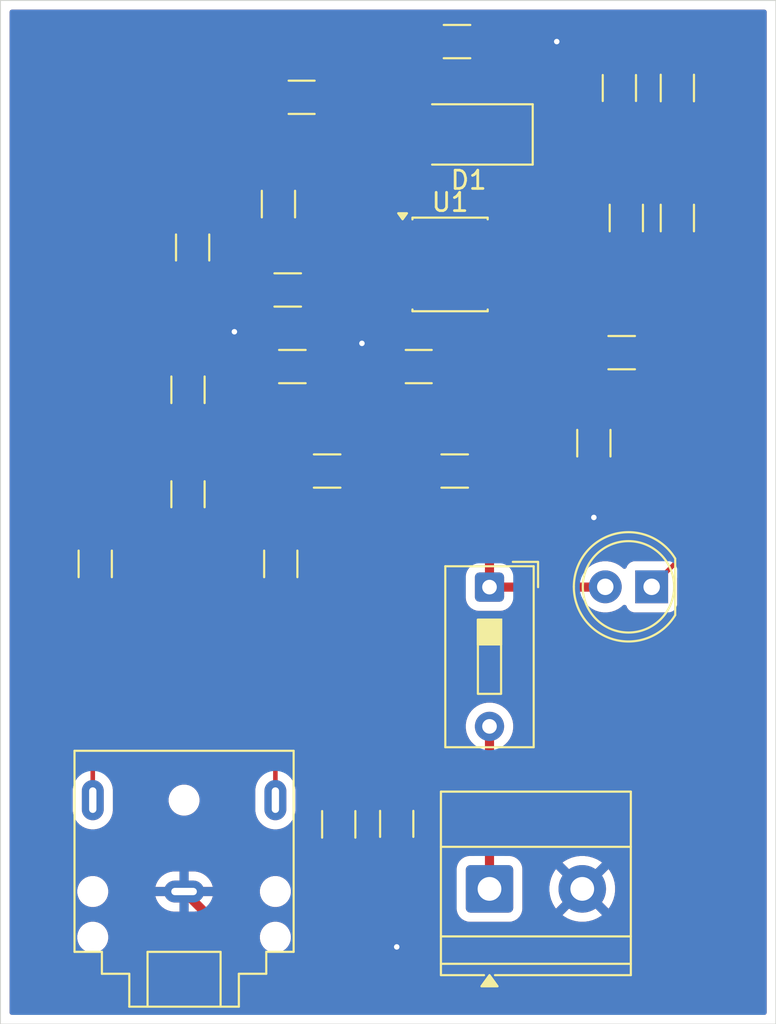
<source format=kicad_pcb>
(kicad_pcb (version 20241229) (generator "pcbnew") (generator_version "9.0")
  (layers (0 "F.Cu" signal) (2 "B.Cu" signal) (13 "F.Paste" user) (15 "B.Paste" user) (5 "F.SilkS" user "F.Silkscreen") (7 "B.SilkS" user "B.Silkscreen") (1 "F.Mask" user) (3 "B.Mask" user) (25 "Edge.Cuts" user))
  (net 0 "")
  (net 1 "GND")
  (net 2 "Net-(U1A-+)")
  (net 3 "Net-(C2-Pad2)")
  (net 4 "Net-(C2-Pad1)")
  (net 5 "Net-(C3-Pad2)")
  (net 6 "Net-(D1-A)")
  (net 7 "Net-(C4-Pad2)")
  (net 8 "Net-(D1-K)")
  (net 9 "Net-(C6-Pad1)")
  (net 10 "Net-(D2-K)")
  (net 11 "+9V")
  (net 12 "Net-(J1-PadT)")
  (net 13 "Net-(J1-PadR)")
  (net 14 "Net-(U1A--)")
  (net 15 "Net-(R10-Pad2)")
  (net 16 "Net-(U1B-+)")
  (net 17 "Net-(J2-Pin_1)")
  (footprint "Resistor_SMD:R_1206_3216Metric_Pad1.30x1.75mm_HandSolder" (layer "F.Cu") (at 123.19 123.825 -90)
    (property "Reference" "R14" (hide yes))
    (property "Value" "1k")
    (fp_line (start -0.727064 0.91) (end 0.727064 0.91) (stroke (width 0.12)) (layer "F.SilkS"))
    (fp_line (start -0.727064 -0.91) (end 0.727064 -0.91) (stroke (width 0.12)) (layer "F.SilkS"))
    (pad "1" smd roundrect (at -1.55 0 270) (size 1.3 1.75) (layers "F.Cu" "F.Mask" "F.Paste") (roundrect_rratio 0.192308) (net 3 "Net-(C2-Pad2)"))
    (pad "2" smd roundrect (at 1.55 0 270) (size 1.3 1.75) (layers "F.Cu" "F.Mask" "F.Paste") (roundrect_rratio 0.192308) (net 13 "Net-(J1-PadR)"))
  )
  (footprint "Resistor_SMD:R_1206_3216Metric_Pad1.30x1.75mm_HandSolder" (layer "F.Cu") (at 133.985 113.03 180)
    (property "Reference" "R1" (hide yes))
    (property "Value" "15k")
    (fp_line (start -0.727064 0.91) (end 0.727064 0.91) (stroke (width 0.12)) (layer "F.SilkS"))
    (fp_line (start -0.727064 -0.91) (end 0.727064 -0.91) (stroke (width 0.12)) (layer "F.SilkS"))
    (pad "1" smd roundrect (at -1.55 0 180) (size 1.3 1.75) (layers "F.Cu" "F.Mask" "F.Paste") (roundrect_rratio 0.192308) (net 2 "Net-(U1A-+)"))
    (pad "2" smd roundrect (at 1.55 0 180) (size 1.3 1.75) (layers "F.Cu" "F.Mask" "F.Paste") (roundrect_rratio 0.192308) (net 7 "Net-(C4-Pad2)"))
  )
  (footprint "Capacitor_SMD:C_1206_3216Metric_Pad1.33x1.80mm_HandSolder" (layer "F.Cu") (at 140.905 113.03)
    (property "Reference" "C1" (hide yes))
    (property "Value" "100n")
    (fp_line (start -0.711252 -0.91) (end 0.711252 -0.91) (stroke (width 0.12)) (layer "F.SilkS"))
    (fp_line (start -0.711252 0.91) (end 0.711252 0.91) (stroke (width 0.12)) (layer "F.SilkS"))
    (pad "1" smd roundrect (at -1.5625 0) (size 1.325 1.8) (layers "F.Cu" "F.Mask" "F.Paste") (roundrect_rratio 0.188679) (net 2 "Net-(U1A-+)"))
    (pad "2" smd roundrect (at 1.5625 0) (size 1.325 1.8) (layers "F.Cu" "F.Mask" "F.Paste") (roundrect_rratio 0.188679) (net 1 "GND"))
  )
  (footprint "Capacitor_SMD:C_1206_3216Metric_Pad1.33x1.80mm_HandSolder" (layer "F.Cu") (at 151.892 97.79 -90)
    (property "Reference" "C5" (hide yes))
    (property "Value" "2.2u")
    (fp_line (start -0.711252 0.91) (end 0.711252 0.91) (stroke (width 0.12)) (layer "F.SilkS"))
    (fp_line (start -0.711252 -0.91) (end 0.711252 -0.91) (stroke (width 0.12)) (layer "F.SilkS"))
    (pad "1" smd roundrect (at -1.5625 0 270) (size 1.325 1.8) (layers "F.Cu" "F.Mask" "F.Paste") (roundrect_rratio 0.188679) (net 1 "GND"))
    (pad "2" smd roundrect (at 1.5625 0 270) (size 1.325 1.8) (layers "F.Cu" "F.Mask" "F.Paste") (roundrect_rratio 0.188679) (net 8 "Net-(D1-K)"))
  )
  (footprint "Button_Switch_THT:SW_DIP_SPSTx01_Slide_9.78x4.72mm_W7.62mm_P2.54mm" (layer "F.Cu") (at 144.78 125.095 -90)
    (property "Reference" "SW1" (hide yes))
    (property "Value" "SW_SPST" (hide yes))
    (fp_line (start -1.14 2.42) (end 8.76 2.42) (stroke (width 0.12)) (layer "F.SilkS"))
    (fp_line (start 3.133333 -0.635) (end 3.133333 0.635) (stroke (width 0.12)) (layer "F.SilkS"))
    (fp_line (start -1.14 -2.42) (end -1.14 2.42) (stroke (width 0.12)) (layer "F.SilkS"))
    (fp_line (start -1.14 -2.42) (end 8.76 -2.42) (stroke (width 0.12)) (layer "F.SilkS"))
    (fp_line (start 8.76 -2.42) (end 8.76 2.42) (stroke (width 0.12)) (layer "F.SilkS"))
    (fp_line (start -1.38 -2.66) (end -1.38 -1.277) (stroke (width 0.12)) (layer "F.SilkS"))
    (fp_line (start -1.38 -2.66) (end 0.003 -2.66) (stroke (width 0.12)) (layer "F.SilkS"))
    (fp_rect (start 1.78 -0.635) (end 3.133333 0.635) (stroke (width 0.12)) (fill yes) (layer "F.SilkS"))
    (fp_rect (start 1.78 -0.635) (end 5.84 0.635) (stroke (width 0.12)) (fill no) (layer "F.SilkS"))
    (pad "1" thru_hole roundrect (at 0 0 270) (size 1.6 1.6) (drill 0.8) (layers "*.Cu" "*.Mask") (roundrect_rratio 0.15625) (net 11 "+9V"))
    (pad "2" thru_hole circle (at 7.62 0 270) (size 1.6 1.6) (drill 0.8) (layers "*.Cu" "*.Mask") (net 17 "Net-(J2-Pin_1)"))
  )
  (footprint "Resistor_SMD:R_1206_3216Metric_Pad1.30x1.75mm_HandSolder" (layer "F.Cu") (at 155.067 104.902 90)
    (property "Reference" "R7" (hide yes))
    (property "Value" "560R")
    (fp_line (start -0.727064 -0.91) (end 0.727064 -0.91) (stroke (width 0.12)) (layer "F.SilkS"))
    (fp_line (start -0.727064 0.91) (end 0.727064 0.91) (stroke (width 0.12)) (layer "F.SilkS"))
    (pad "1" smd roundrect (at -1.55 0 90) (size 1.3 1.75) (layers "F.Cu" "F.Mask" "F.Paste") (roundrect_rratio 0.192308) (net 10 "Net-(D2-K)"))
    (pad "2" smd roundrect (at 1.55 0 90) (size 1.3 1.75) (layers "F.Cu" "F.Mask" "F.Paste") (roundrect_rratio 0.192308) (net 15 "Net-(R10-Pad2)"))
  )
  (footprint "Capacitor_SMD:C_1206_3216Metric_Pad1.33x1.80mm_HandSolder" (layer "F.Cu") (at 128.524 106.5145 -90)
    (property "Reference" "C4" (hide yes))
    (property "Value" "100n")
    (fp_line (start -0.711252 0.91) (end 0.711252 0.91) (stroke (width 0.12)) (layer "F.SilkS"))
    (fp_line (start -0.711252 -0.91) (end 0.711252 -0.91) (stroke (width 0.12)) (layer "F.SilkS"))
    (pad "1" smd roundrect (at -1.5625 0 270) (size 1.325 1.8) (layers "F.Cu" "F.Mask" "F.Paste") (roundrect_rratio 0.188679) (net 5 "Net-(C3-Pad2)"))
    (pad "2" smd roundrect (at 1.5625 0 270) (size 1.325 1.8) (layers "F.Cu" "F.Mask" "F.Paste") (roundrect_rratio 0.188679) (net 7 "Net-(C4-Pad2)"))
  )
  (footprint "Resistor_SMD:R_1206_3216Metric_Pad1.30x1.75mm_HandSolder" (layer "F.Cu") (at 152.019 112.268 180)
    (property "Reference" "R9" (hide yes))
    (property "Value" "100k")
    (fp_line (start -0.727064 0.91) (end 0.727064 0.91) (stroke (width 0.12)) (layer "F.SilkS"))
    (fp_line (start -0.727064 -0.91) (end 0.727064 -0.91) (stroke (width 0.12)) (layer "F.SilkS"))
    (pad "1" smd roundrect (at -1.55 0 180) (size 1.3 1.75) (layers "F.Cu" "F.Mask" "F.Paste") (roundrect_rratio 0.192308) (net 11 "+9V"))
    (pad "2" smd roundrect (at 1.55 0 180) (size 1.3 1.75) (layers "F.Cu" "F.Mask" "F.Paste") (roundrect_rratio 0.192308) (net 16 "Net-(U1B-+)"))
  )
  (footprint "Package_SO:SOIC-8_3.9x4.9mm_P1.27mm" (layer "F.Cu") (at 142.621 107.442)
    (property "Reference" "U1" (at 0 -3.4 0) (layer "F.SilkS"))
    (property "Value" "LM358")
    (fp_line (start -2.06 -2.56) (end 2.06 -2.56) (stroke (width 0.12)) (layer "F.SilkS"))
    (fp_line (start -2.06 -2.465) (end -2.06 -2.56) (stroke (width 0.12)) (layer "F.SilkS"))
    (fp_line (start -2.06 2.56) (end -2.06 2.465) (stroke (width 0.12)) (layer "F.SilkS"))
    (fp_line (start 2.06 -2.56) (end 2.06 -2.465) (stroke (width 0.12)) (layer "F.SilkS"))
    (fp_line (start 2.06 2.465) (end 2.06 2.56) (stroke (width 0.12)) (layer "F.SilkS"))
    (fp_line (start 2.06 2.56) (end -2.06 2.56) (stroke (width 0.12)) (layer "F.SilkS"))
    (fp_poly (pts (xy -2.6 -2.47) (xy -2.84 -2.8) (xy -2.36 -2.8)) (stroke (width 0.12)) (fill yes) (layer "F.SilkS"))
    (pad "1" smd roundrect (at -2.475 -1.905) (size 1.95 0.6) (layers "F.Cu" "F.Mask" "F.Paste") (net 5 "Net-(C3-Pad2)"))
    (pad "2" smd roundrect (at -2.475 -0.635) (size 1.95 0.6) (layers "F.Cu" "F.Mask" "F.Paste") (net 14 "Net-(U1A--)"))
    (pad "3" smd roundrect (at -2.475 0.635) (size 1.95 0.6) (layers "F.Cu" "F.Mask" "F.Paste") (net 2 "Net-(U1A-+)"))
    (pad "4" smd roundrect (at -2.475 1.905) (size 1.95 0.6) (layers "F.Cu" "F.Mask" "F.Paste") (net 1 "GND"))
    (pad "5" smd roundrect (at 2.475 1.905) (size 1.95 0.6) (layers "F.Cu" "F.Mask" "F.Paste") (net 16 "Net-(U1B-+)"))
    (pad "6" smd roundrect (at 2.475 0.635) (size 1.95 0.6) (layers "F.Cu" "F.Mask" "F.Paste") (net 8 "Net-(D1-K)"))
    (pad "7" smd roundrect (at 2.475 -0.635) (size 1.95 0.6) (layers "F.Cu" "F.Mask" "F.Paste") (net 15 "Net-(R10-Pad2)"))
    (pad "8" smd roundrect (at 2.475 -1.905) (size 1.95 0.6) (layers "F.Cu" "F.Mask" "F.Paste") (net 11 "+9V"))
  )
  (footprint "Resistor_SMD:R_1206_3216Metric_Pad1.30x1.75mm_HandSolder" (layer "F.Cu") (at 135.89 118.745 180)
    (property "Reference" "R11" (hide yes))
    (property "Value" "100k")
    (fp_line (start -0.727064 0.91) (end 0.727064 0.91) (stroke (width 0.12)) (layer "F.SilkS"))
    (fp_line (start -0.727064 -0.91) (end 0.727064 -0.91) (stroke (width 0.12)) (layer "F.SilkS"))
    (pad "1" smd roundrect (at -1.55 0 180) (size 1.3 1.75) (layers "F.Cu" "F.Mask" "F.Paste") (roundrect_rratio 0.192308) (net 9 "Net-(C6-Pad1)"))
    (pad "2" smd roundrect (at 1.55 0 180) (size 1.3 1.75) (layers "F.Cu" "F.Mask" "F.Paste") (roundrect_rratio 0.192308) (net 4 "Net-(C2-Pad1)"))
  )
  (footprint "Capacitor_SMD:C_1206_3216Metric_Pad1.33x1.80mm_HandSolder" (layer "F.Cu") (at 139.7 138.049 -90)
    (property "Reference" "C6" (hide yes))
    (property "Value" "10u")
    (fp_line (start -0.711252 0.91) (end 0.711252 0.91) (stroke (width 0.12)) (layer "F.SilkS"))
    (fp_line (start -0.711252 -0.91) (end 0.711252 -0.91) (stroke (width 0.12)) (layer "F.SilkS"))
    (pad "1" smd roundrect (at -1.5625 0 270) (size 1.325 1.8) (layers "F.Cu" "F.Mask" "F.Paste") (roundrect_rratio 0.188679) (net 9 "Net-(C6-Pad1)"))
    (pad "2" smd roundrect (at 1.5625 0 270) (size 1.325 1.8) (layers "F.Cu" "F.Mask" "F.Paste") (roundrect_rratio 0.188679) (net 1 "GND"))
  )
  (footprint "Resistor_SMD:R_1206_3216Metric_Pad1.30x1.75mm_HandSolder" (layer "F.Cu") (at 152.273 104.902 90)
    (property "Reference" "R10" (hide yes))
    (property "Value" "430k")
    (fp_line (start -0.727064 -0.91) (end 0.727064 -0.91) (stroke (width 0.12)) (layer "F.SilkS"))
    (fp_line (start -0.727064 0.91) (end 0.727064 0.91) (stroke (width 0.12)) (layer "F.SilkS"))
    (pad "1" smd roundrect (at -1.55 0 90) (size 1.3 1.75) (layers "F.Cu" "F.Mask" "F.Paste") (roundrect_rratio 0.192308) (net 16 "Net-(U1B-+)"))
    (pad "2" smd roundrect (at 1.55 0 90) (size 1.3 1.75) (layers "F.Cu" "F.Mask" "F.Paste") (roundrect_rratio 0.192308) (net 15 "Net-(R10-Pad2)"))
  )
  (footprint "Resistor_SMD:R_1206_3216Metric_Pad1.30x1.75mm_HandSolder" (layer "F.Cu") (at 136.525 138.075 -90)
    (property "Reference" "R12" (hide yes))
    (property "Value" "10k")
    (fp_line (start -0.727064 0.91) (end 0.727064 0.91) (stroke (width 0.12)) (layer "F.SilkS"))
    (fp_line (start -0.727064 -0.91) (end 0.727064 -0.91) (stroke (width 0.12)) (layer "F.SilkS"))
    (pad "1" smd roundrect (at -1.55 0 270) (size 1.3 1.75) (layers "F.Cu" "F.Mask" "F.Paste") (roundrect_rratio 0.192308) (net 9 "Net-(C6-Pad1)"))
    (pad "2" smd roundrect (at 1.55 0 270) (size 1.3 1.75) (layers "F.Cu" "F.Mask" "F.Paste") (roundrect_rratio 0.192308) (net 1 "GND"))
  )
  (footprint "Resistor_SMD:R_1206_3216Metric_Pad1.30x1.75mm_HandSolder" (layer "F.Cu") (at 142.875 118.745 180)
    (property "Reference" "R13" (hide yes))
    (property "Value" "10k")
    (fp_line (start -0.727064 0.91) (end 0.727064 0.91) (stroke (width 0.12)) (layer "F.SilkS"))
    (fp_line (start -0.727064 -0.91) (end 0.727064 -0.91) (stroke (width 0.12)) (layer "F.SilkS"))
    (pad "1" smd roundrect (at -1.55 0 180) (size 1.3 1.75) (layers "F.Cu" "F.Mask" "F.Paste") (roundrect_rratio 0.192308) (net 11 "+9V"))
    (pad "2" smd roundrect (at 1.55 0 180) (size 1.3 1.75) (layers "F.Cu" "F.Mask" "F.Paste") (roundrect_rratio 0.192308) (net 9 "Net-(C6-Pad1)"))
  )
  (footprint "Capacitor_SMD:C_1206_3216Metric_Pad1.33x1.80mm_HandSolder" (layer "F.Cu") (at 128.27 120.015 -90)
    (property "Reference" "C2" (hide yes))
    (property "Value" "1u")
    (fp_line (start -0.711252 0.91) (end 0.711252 0.91) (stroke (width 0.12)) (layer "F.SilkS"))
    (fp_line (start -0.711252 -0.91) (end 0.711252 -0.91) (stroke (width 0.12)) (layer "F.SilkS"))
    (pad "1" smd roundrect (at -1.5625 0 270) (size 1.325 1.8) (layers "F.Cu" "F.Mask" "F.Paste") (roundrect_rratio 0.188679) (net 4 "Net-(C2-Pad1)"))
    (pad "2" smd roundrect (at 1.5625 0 270) (size 1.325 1.8) (layers "F.Cu" "F.Mask" "F.Paste") (roundrect_rratio 0.188679) (net 3 "Net-(C2-Pad2)"))
  )
  (footprint "Resistor_SMD:R_1206_3216Metric_Pad1.30x1.75mm_HandSolder" (layer "F.Cu") (at 128.27 114.3 -90)
    (property "Reference" "R2" (hide yes))
    (property "Value" "15k")
    (fp_line (start -0.727064 0.91) (end 0.727064 0.91) (stroke (width 0.12)) (layer "F.SilkS"))
    (fp_line (start -0.727064 -0.91) (end 0.727064 -0.91) (stroke (width 0.12)) (layer "F.SilkS"))
    (pad "1" smd roundrect (at -1.55 0 270) (size 1.3 1.75) (layers "F.Cu" "F.Mask" "F.Paste") (roundrect_rratio 0.192308) (net 7 "Net-(C4-Pad2)"))
    (pad "2" smd roundrect (at 1.55 0 270) (size 1.3 1.75) (layers "F.Cu" "F.Mask" "F.Paste") (roundrect_rratio 0.192308) (net 4 "Net-(C2-Pad1)"))
  )
  (footprint "Diode_SMD:D_SMA" (layer "F.Cu") (at 143.637 100.33 180)
    (property "Reference" "D1" (at 0 -2.5 0) (layer "F.SilkS"))
    (property "Value" "SS12")
    (fp_line (start -3.51 1.65) (end 2 1.65) (stroke (width 0.12)) (layer "F.SilkS"))
    (fp_line (start -3.51 -1.65) (end 2 -1.65) (stroke (width 0.12)) (layer "F.SilkS"))
    (fp_line (start -3.51 -1.65) (end -3.51 1.65) (stroke (width 0.12)) (layer "F.SilkS"))
    (pad "1" smd roundrect (at -2 0 180) (size 2.5 1.8) (layers "F.Cu" "F.Mask" "F.Paste") (roundrect_rratio 0.1388888889) (net 8 "Net-(D1-K)"))
    (pad "2" smd roundrect (at 2 0 180) (size 2.5 1.8) (layers "F.Cu" "F.Mask" "F.Paste") (roundrect_rratio 0.1388888889) (net 6 "Net-(D1-A)"))
  )
  (footprint "Capacitor_SMD:C_1206_3216Metric_Pad1.33x1.80mm_HandSolder" (layer "F.Cu") (at 134.493 98.298 180)
    (property "Reference" "C3" (hide yes))
    (property "Value" "1u")
    (fp_line (start -0.711252 0.91) (end 0.711252 0.91) (stroke (width 0.12)) (layer "F.SilkS"))
    (fp_line (start -0.711252 -0.91) (end 0.711252 -0.91) (stroke (width 0.12)) (layer "F.SilkS"))
    (pad "1" smd roundrect (at -1.5625 0 180) (size 1.325 1.8) (layers "F.Cu" "F.Mask" "F.Paste") (roundrect_rratio 0.188679) (net 6 "Net-(D1-A)"))
    (pad "2" smd roundrect (at 1.5625 0 180) (size 1.325 1.8) (layers "F.Cu" "F.Mask" "F.Paste") (roundrect_rratio 0.188679) (net 5 "Net-(C3-Pad2)"))
  )
  (footprint "Resistor_SMD:R_1206_3216Metric_Pad1.30x1.75mm_HandSolder" (layer "F.Cu") (at 133.35 123.825 -90)
    (property "Reference" "R15" (hide yes))
    (property "Value" "1k")
    (fp_line (start -0.727064 0.91) (end 0.727064 0.91) (stroke (width 0.12)) (layer "F.SilkS"))
    (fp_line (start -0.727064 -0.91) (end 0.727064 -0.91) (stroke (width 0.12)) (layer "F.SilkS"))
    (pad "1" smd roundrect (at -1.55 0 270) (size 1.3 1.75) (layers "F.Cu" "F.Mask" "F.Paste") (roundrect_rratio 0.192308) (net 3 "Net-(C2-Pad2)"))
    (pad "2" smd roundrect (at 1.55 0 270) (size 1.3 1.75) (layers "F.Cu" "F.Mask" "F.Paste") (roundrect_rratio 0.192308) (net 12 "Net-(J1-PadT)"))
  )
  (footprint "Connector_Audio:Jack_3.5mm_CUI_SJ1-3523N_Horizontal" (layer "F.Cu") (at 128.055 141.75)
    (property "Reference" "J1" (hide yes))
    (property "Value" "AudioJack3")
    (fp_line (start -6 -7.7) (end 6 -7.7) (stroke (width 0.12)) (layer "F.SilkS"))
    (fp_line (start -6 3.3) (end -6 -7.7) (stroke (width 0.12)) (layer "F.SilkS"))
    (fp_line (start -4.5 3.3) (end -6 3.3) (stroke (width 0.12)) (layer "F.SilkS"))
    (fp_line (start -4.5 4.5) (end -4.5 3.3) (stroke (width 0.12)) (layer "F.SilkS"))
    (fp_line (start -3 4.5) (end -4.5 4.5) (stroke (width 0.12)) (layer "F.SilkS"))
    (fp_line (start -3 6.3) (end -3 4.5) (stroke (width 0.12)) (layer "F.SilkS"))
    (fp_line (start -2 3.3) (end -2 6.3) (stroke (width 0.12)) (layer "F.SilkS"))
    (fp_line (start 2 3.3) (end -2 3.3) (stroke (width 0.12)) (layer "F.SilkS"))
    (fp_line (start 2 6.3) (end 2 3.3) (stroke (width 0.12)) (layer "F.SilkS"))
    (fp_line (start 3 4.5) (end 3 6.3) (stroke (width 0.12)) (layer "F.SilkS"))
    (fp_line (start 3 6.3) (end -3 6.3) (stroke (width 0.12)) (layer "F.SilkS"))
    (fp_line (start 4.5 3.3) (end 4.5 4.5) (stroke (width 0.12)) (layer "F.SilkS"))
    (fp_line (start 4.5 4.5) (end 3 4.5) (stroke (width 0.12)) (layer "F.SilkS"))
    (fp_line (start 6 -7.7) (end 6 3.3) (stroke (width 0.12)) (layer "F.SilkS"))
    (fp_line (start 6 3.3) (end 4.5 3.3) (stroke (width 0.12)) (layer "F.SilkS"))
    (pad "" np_thru_hole circle (at -5 0) (size 1.2 1.2) (drill 1.2) (layers "*.Cu" "*.Mask"))
    (pad "" np_thru_hole circle (at -5 2.5) (size 1.2 1.2) (drill 1.2) (layers "*.Cu" "*.Mask"))
    (pad "" np_thru_hole circle (at 0 -5) (size 1.2 1.2) (drill 1.2) (layers "*.Cu" "*.Mask"))
    (pad "" np_thru_hole circle (at 5 0) (size 1.2 1.2) (drill 1.2) (layers "*.Cu" "*.Mask"))
    (pad "" np_thru_hole circle (at 5 2.5) (size 1.2 1.2) (drill 1.2) (layers "*.Cu" "*.Mask"))
    (pad "R" thru_hole oval (at -5 -5) (size 1.2 2.2) (drill oval 0.4 1.4) (layers "*.Cu" "*.Mask") (net 13 "Net-(J1-PadR)"))
    (pad "S" thru_hole oval (at 0 0) (size 2.2 1.2) (drill oval 1.4 0.4) (layers "*.Cu" "*.Mask") (net 1 "GND"))
    (pad "T" thru_hole oval (at 5 -5 180) (size 1.2 2.2) (drill oval 0.4 1.4) (layers "*.Cu" "*.Mask") (net 12 "Net-(J1-PadT)"))
  )
  (footprint "TerminalBlock_Phoenix:TerminalBlock_Phoenix_MKDS-1,5-2-5.08_1x02_P5.08mm_Horizontal" (layer "F.Cu") (at 144.78 141.605)
    (property "Reference" "J2" (hide yes))
    (property "Value" "Screw_Terminal_01x02")
    (fp_line (start -2.66 -5.32) (end 7.74 -5.32) (stroke (width 0.12)) (layer "F.SilkS"))
    (fp_line (start -2.66 -2.3) (end 7.74 -2.3) (stroke (width 0.12)) (layer "F.SilkS"))
    (fp_line (start -2.66 2.6) (end 7.74 2.6) (stroke (width 0.12)) (layer "F.SilkS"))
    (fp_line (start -2.66 4.1) (end 7.74 4.1) (stroke (width 0.12)) (layer "F.SilkS"))
    (fp_line (start -2.66 4.72) (end -2.66 -5.32) (stroke (width 0.12)) (layer "F.SilkS"))
    (fp_line (start -0.3 4.72) (end -2.66 4.72) (stroke (width 0.12)) (layer "F.SilkS"))
    (fp_line (start 7.74 -5.32) (end 7.74 4.72) (stroke (width 0.12)) (layer "F.SilkS"))
    (fp_line (start 7.74 4.72) (end 0.3 4.72) (stroke (width 0.12)) (layer "F.SilkS"))
    (fp_poly (pts (xy 0 4.72) (xy 0.44 5.33) (xy -0.44 5.33)) (stroke (width 0.12)) (fill yes) (layer "F.SilkS"))
    (pad "1" thru_hole roundrect (at 0 0) (size 2.6 2.6) (drill 1.3) (layers "*.Cu" "*.Mask") (roundrect_rratio 0.096154) (net 17 "Net-(J2-Pin_1)"))
    (pad "2" thru_hole circle (at 5.08 0) (size 2.6 2.6) (drill 1.3) (layers "*.Cu" "*.Mask") (net 1 "GND"))
  )
  (footprint "LED_THT:LED_D5.0mm" (layer "F.Cu") (at 153.66 125.08 180)
    (property "Reference" "D2" (hide yes))
    (property "Value" "LED")
    (fp_line (start -1.29 -1.545) (end -1.29 1.545) (stroke (width 0.12)) (layer "F.SilkS"))
    (fp_arc (start 4.26 0) (mid 2.071779 2.880495) (end -1.29 1.54483) (stroke (width 0.12)) (layer "F.SilkS"))
    (fp_arc (start -1.29 -1.54483) (mid 2.071779 -2.880495) (end 4.26 0) (stroke (width 0.12)) (layer "F.SilkS"))
    (fp_circle (center 1.27 0) (end 3.77 0) (stroke (width 0.12)) (fill no) (layer "F.SilkS"))
    (pad "1" thru_hole rect (at 0 0 180) (size 1.8 1.8) (drill 0.9) (layers "*.Cu" "*.Mask") (net 10 "Net-(D2-K)"))
    (pad "2" thru_hole circle (at 2.54 0 180) (size 1.8 1.8) (drill 0.9) (layers "*.Cu" "*.Mask") (net 11 "+9V"))
  )
  (footprint "Resistor_SMD:R_1206_3216Metric_Pad1.30x1.75mm_HandSolder" (layer "F.Cu") (at 143.002 95.25)
    (property "Reference" "R6" (hide yes))
    (property "Value" "100k")
    (fp_line (start -0.727064 -0.91) (end 0.727064 -0.91) (stroke (width 0.12)) (layer "F.SilkS"))
    (fp_line (start -0.727064 0.91) (end 0.727064 0.91) (stroke (width 0.12)) (layer "F.SilkS"))
    (pad "1" smd roundrect (at -1.55 0) (size 1.3 1.75) (layers "F.Cu" "F.Mask" "F.Paste") (roundrect_rratio 0.192308) (net 6 "Net-(D1-A)"))
    (pad "2" smd roundrect (at 1.55 0) (size 1.3 1.75) (layers "F.Cu" "F.Mask" "F.Paste") (roundrect_rratio 0.192308) (net 1 "GND"))
  )
  (footprint "Resistor_SMD:R_1206_3216Metric_Pad1.30x1.75mm_HandSolder" (layer "F.Cu") (at 150.495 117.221 -90)
    (property "Reference" "R8" (hide yes))
    (property "Value" "3.3k")
    (fp_line (start -0.727064 0.91) (end 0.727064 0.91) (stroke (width 0.12)) (layer "F.SilkS"))
    (fp_line (start -0.727064 -0.91) (end 0.727064 -0.91) (stroke (width 0.12)) (layer "F.SilkS"))
    (pad "1" smd roundrect (at -1.55 0 270) (size 1.3 1.75) (layers "F.Cu" "F.Mask" "F.Paste") (roundrect_rratio 0.192308) (net 16 "Net-(U1B-+)"))
    (pad "2" smd roundrect (at 1.55 0 270) (size 1.3 1.75) (layers "F.Cu" "F.Mask" "F.Paste") (roundrect_rratio 0.192308) (net 1 "GND"))
  )
  (footprint "Resistor_SMD:R_1206_3216Metric_Pad1.30x1.75mm_HandSolder" (layer "F.Cu") (at 155.067 97.79 90)
    (property "Reference" "R5" (hide yes))
    (property "Value" "100k")
    (fp_line (start -0.727064 -0.91) (end 0.727064 -0.91) (stroke (width 0.12)) (layer "F.SilkS"))
    (fp_line (start -0.727064 0.91) (end 0.727064 0.91) (stroke (width 0.12)) (layer "F.SilkS"))
    (pad "1" smd roundrect (at -1.55 0 90) (size 1.3 1.75) (layers "F.Cu" "F.Mask" "F.Paste") (roundrect_rratio 0.192308) (net 8 "Net-(D1-K)"))
    (pad "2" smd roundrect (at 1.55 0 90) (size 1.3 1.75) (layers "F.Cu" "F.Mask" "F.Paste") (roundrect_rratio 0.192308) (net 1 "GND"))
  )
  (footprint "Resistor_SMD:R_1206_3216Metric_Pad1.30x1.75mm_HandSolder" (layer "F.Cu") (at 133.731 108.839)
    (property "Reference" "R4" (hide yes))
    (property "Value" "10k")
    (fp_line (start -0.727064 -0.91) (end 0.727064 -0.91) (stroke (width 0.12)) (layer "F.SilkS"))
    (fp_line (start -0.727064 0.91) (end 0.727064 0.91) (stroke (width 0.12)) (layer "F.SilkS"))
    (pad "1" smd roundrect (at -1.55 0) (size 1.3 1.75) (layers "F.Cu" "F.Mask" "F.Paste") (roundrect_rratio 0.192308) (net 1 "GND"))
    (pad "2" smd roundrect (at 1.55 0) (size 1.3 1.75) (layers "F.Cu" "F.Mask" "F.Paste") (roundrect_rratio 0.192308) (net 14 "Net-(U1A--)"))
  )
  (footprint "Resistor_SMD:R_1206_3216Metric_Pad1.30x1.75mm_HandSolder" (layer "F.Cu") (at 133.223 104.14 90)
    (property "Reference" "R3" (hide yes))
    (property "Value" "5k6")
    (fp_line (start -0.727064 -0.91) (end 0.727064 -0.91) (stroke (width 0.12)) (layer "F.SilkS"))
    (fp_line (start -0.727064 0.91) (end 0.727064 0.91) (stroke (width 0.12)) (layer "F.SilkS"))
    (pad "1" smd roundrect (at -1.55 0 90) (size 1.3 1.75) (layers "F.Cu" "F.Mask" "F.Paste") (roundrect_rratio 0.192308) (net 14 "Net-(U1A--)"))
    (pad "2" smd roundrect (at 1.55 0 90) (size 1.3 1.75) (layers "F.Cu" "F.Mask" "F.Paste") (roundrect_rratio 0.192308) (net 5 "Net-(C3-Pad2)"))
  )
  (gr_rect (start 118 93) (end 160.46 149) (stroke (width 0.05)) (fill no) (layer "Edge.Cuts"))
  (segment (start 139.7 142.875) (end 138.049 142.875) (width 0.5) (layer "F.Cu") (net 1))
  (segment (start 149.86 141.605) (end 146.685 144.78) (width 0.5) (layer "F.Cu") (net 1))
  (segment (start 139.7 139.6115) (end 138.176 139.6115) (width 0.5) (layer "F.Cu") (net 1))
  (segment (start 138.176 142.748) (end 138.049 142.875) (width 0.5) (layer "F.Cu") (net 1))
  (segment (start 136.5385 139.6115) (end 136.525 139.625) (width 0.5) (layer "F.Cu") (net 1))
  (segment (start 138.176 139.6115) (end 138.176 142.748) (width 0.5) (layer "F.Cu") (net 1))
  (segment (start 148.463 95.25) (end 150.9145 95.25) (width 0.5) (layer "F.Cu") (net 1))
  (segment (start 146.685 144.78) (end 139.7 144.78) (width 0.5) (layer "F.Cu") (net 1))
  (segment (start 144.552 95.25) (end 148.463 95.25) (width 0.5) (layer "F.Cu") (net 1))
  (segment (start 150.9145 95.25) (end 151.892 96.2275) (width 0.5) (layer "F.Cu") (net 1))
  (segment (start 151.9045 96.24) (end 151.892 96.2275) (width 0.5) (layer "F.Cu") (net 1))
  (segment (start 155.067 96.24) (end 151.9045 96.24) (width 0.5) (layer "F.Cu") (net 1))
  (segment (start 139.7185 142.8935) (end 139.7185 144.7615) (width 0.5) (layer "F.Cu") (net 1))
  (segment (start 138.176 139.6115) (end 136.5385 139.6115) (width 0.5) (layer "F.Cu") (net 1))
  (segment (start 138.049 142.875) (end 129.18 142.875) (width 0.5) (layer "F.Cu") (net 1))
  (segment (start 129.18 142.875) (end 128.055 141.75) (width 0.5) (layer "F.Cu") (net 1))
  (segment (start 139.7185 142.8935) (end 139.7 142.875) (width 0.5) (layer "F.Cu") (net 1))
  (segment (start 139.7185 144.7615) (end 139.7 144.78) (width 0.5) (layer "F.Cu") (net 1))
  (via (at 130.81 111.125) (size 0.6) (drill 0.3) (layers "F.Cu" "B.Cu") (net 1))
  (via (at 137.795 111.76) (size 0.6) (drill 0.3) (layers "F.Cu" "B.Cu") (net 1))
  (via (at 148.463 95.25) (size 0.6) (drill 0.3) (layers "F.Cu" "B.Cu") (net 1))
  (via (at 150.495 121.285) (size 0.6) (drill 0.3) (layers "F.Cu" "B.Cu") (net 1))
  (via (at 139.7 144.78) (size 0.6) (drill 0.3) (layers "F.Cu" "B.Cu") (net 1))
  (segment (start 140.146 108.077) (end 139.692966 108.077) (width 0.25) (layer "F.Cu") (net 2))
  (segment (start 135.535 112.234966) (end 135.535 113.03) (width 0.25) (layer "F.Cu") (net 2))
  (segment (start 135.535 113.03) (end 139.3425 113.03) (width 0.25) (layer "F.Cu") (net 2))
  (segment (start 139.692966 108.077) (end 135.535 112.234966) (width 0.25) (layer "F.Cu") (net 2))
  (segment (start 128.9675 122.275) (end 128.27 121.5775) (width 0.25) (layer "F.Cu") (net 3))
  (segment (start 127.5725 122.275) (end 128.27 121.5775) (width 0.25) (layer "F.Cu") (net 3))
  (segment (start 123.19 122.275) (end 127.5725 122.275) (width 0.25) (layer "F.Cu") (net 3))
  (segment (start 133.35 122.275) (end 128.9675 122.275) (width 0.25) (layer "F.Cu") (net 3))
  (segment (start 134.0475 118.4525) (end 134.34 118.745) (width 0.25) (layer "F.Cu") (net 4))
  (segment (start 128.27 118.4525) (end 128.27 115.85) (width 0.25) (layer "F.Cu") (net 4))
  (segment (start 128.27 118.4525) (end 134.0475 118.4525) (width 0.25) (layer "F.Cu") (net 4))
  (segment (start 133.223 102.59) (end 130.886 102.59) (width 0.25) (layer "F.Cu") (net 5))
  (segment (start 133.223 102.59) (end 133.223 102.235) (width 0.25) (layer "F.Cu") (net 5))
  (segment (start 132.9305 101.9425) (end 132.9305 98.298) (width 0.25) (layer "F.Cu") (net 5))
  (segment (start 130.886 102.59) (end 128.524 104.952) (width 0.25) (layer "F.Cu") (net 5))
  (segment (start 140.146 105.537) (end 137.199 102.59) (width 0.25) (layer "F.Cu") (net 5))
  (segment (start 132.588 98.6405) (end 132.9305 98.298) (width 0.25) (layer "F.Cu") (net 5))
  (segment (start 137.199 102.59) (end 133.223 102.59) (width 0.25) (layer "F.Cu") (net 5))
  (segment (start 133.223 102.235) (end 132.9305 101.9425) (width 0.25) (layer "F.Cu") (net 5))
  (segment (start 141.637 99.6) (end 141.452 99.415) (width 0.25) (layer "F.Cu") (net 6))
  (segment (start 141.637 99.695) (end 141.637 99.6) (width 0.25) (layer "F.Cu") (net 6))
  (segment (start 141.452 99.415) (end 141.452 98.298) (width 0.25) (layer "F.Cu") (net 6))
  (segment (start 141.452 98.298) (end 141.452 95.25) (width 0.25) (layer "F.Cu") (net 6))
  (segment (start 136.0555 98.298) (end 141.452 98.298) (width 0.25) (layer "F.Cu") (net 6))
  (segment (start 128.27 112.75) (end 132.155 112.75) (width 0.25) (layer "F.Cu") (net 7))
  (segment (start 128.524 112.496) (end 128.27 112.75) (width 0.25) (layer "F.Cu") (net 7))
  (segment (start 128.524 108.077) (end 128.524 112.496) (width 0.25) (layer "F.Cu") (net 7))
  (segment (start 151.5495 99.695) (end 151.892 99.3525) (width 0.25) (layer "F.Cu") (net 8))
  (segment (start 149.352 99.695) (end 151.5495 99.695) (width 0.25) (layer "F.Cu") (net 8))
  (segment (start 146.070999 108.077) (end 149.352 104.795999) (width 0.25) (layer "F.Cu") (net 8))
  (segment (start 151.892 99.3525) (end 152.1845 99.3525) (width 0.25) (layer "F.Cu") (net 8))
  (segment (start 145.096 108.077) (end 146.070999 108.077) (width 0.25) (layer "F.Cu") (net 8))
  (segment (start 152.1845 99.3525) (end 152.197 99.34) (width 0.25) (layer "F.Cu") (net 8))
  (segment (start 149.352 104.795999) (end 149.352 99.695) (width 0.25) (layer "F.Cu") (net 8))
  (segment (start 152.197 99.34) (end 155.067 99.34) (width 0.25) (layer "F.Cu") (net 8))
  (segment (start 145.637 99.695) (end 149.352 99.695) (width 0.25) (layer "F.Cu") (net 8))
  (segment (start 136.525 136.525) (end 136.525 119.66) (width 0.25) (layer "F.Cu") (net 9))
  (segment (start 136.5635 136.4865) (end 136.525 136.525) (width 0.25) (layer "F.Cu") (net 9))
  (segment (start 136.525 119.66) (end 137.44 118.745) (width 0.25) (layer "F.Cu") (net 9))
  (segment (start 137.44 118.745) (end 141.325 118.745) (width 0.25) (layer "F.Cu") (net 9))
  (segment (start 139.7 136.4865) (end 136.5635 136.4865) (width 0.25) (layer "F.Cu") (net 9))
  (segment (start 153.66 125.08) (end 155.067 123.673) (width 0.25) (layer "F.Cu") (net 10))
  (segment (start 155.067 123.673) (end 155.067 106.452) (width 0.25) (layer "F.Cu") (net 10))
  (segment (start 144.425 112.855998) (end 144.425 118.745) (width 0.5) (layer "F.Cu") (net 11))
  (segment (start 143.62 112.050998) (end 144.425 112.855998) (width 0.5) (layer "F.Cu") (net 11))
  (segment (start 144.78 125.095) (end 144.78 122.391998) (width 0.5) (layer "F.Cu") (net 11))
  (segment (start 144.78 122.391998) (end 144.78 119.1) (width 0.5) (layer "F.Cu") (net 11))
  (segment (start 145.096 105.537) (end 144.121001 105.537) (width 0.5) (layer "F.Cu") (net 11))
  (segment (start 153.569 112.268) (end 153.569 114.691002) (width 0.5) (layer "F.Cu") (net 11))
  (segment (start 144.78 119.1) (end 144.425 118.745) (width 0.5) (layer "F.Cu") (net 11))
  (segment (start 144.78 125.095) (end 151.105 125.095) (width 0.5) (layer "F.Cu") (net 11))
  (segment (start 151.105 125.095) (end 151.12 125.08) (width 0.5) (layer "F.Cu") (net 11))
  (segment (start 153.569 114.691002) (end 150.640002 117.62) (width 0.5) (layer "F.Cu") (net 11))
  (segment (start 143.62 106.038001) (end 143.62 112.050998) (width 0.5) (layer "F.Cu") (net 11))
  (segment (start 153.849 111.988) (end 153.569 112.268) (width 0.5) (layer "F.Cu") (net 11))
  (segment (start 144.121001 105.537) (end 143.62 106.038001) (width 0.5) (layer "F.Cu") (net 11))
  (segment (start 149.551998 117.62) (end 144.78 122.391998) (width 0.5) (layer "F.Cu") (net 11))
  (segment (start 150.640002 117.62) (end 149.551998 117.62) (width 0.5) (layer "F.Cu") (net 11))
  (segment (start 133.055 125.67) (end 133.35 125.375) (width 0.25) (layer "F.Cu") (net 12))
  (segment (start 133.055 136.75) (end 133.055 125.67) (width 0.25) (layer "F.Cu") (net 12))
  (segment (start 123.055 125.51) (end 123.19 125.375) (width 0.25) (layer "F.Cu") (net 13))
  (segment (start 123.055 136.75) (end 123.055 125.51) (width 0.25) (layer "F.Cu") (net 13))
  (segment (start 135.281 108.839) (end 137.313 106.807) (width 0.25) (layer "F.Cu") (net 14))
  (segment (start 133.223 105.69) (end 136.196 105.69) (width 0.25) (layer "F.Cu") (net 14))
  (segment (start 136.196 105.69) (end 137.313 106.807) (width 0.25) (layer "F.Cu") (net 14))
  (segment (start 137.313 106.807) (end 140.146 106.807) (width 0.25) (layer "F.Cu") (net 14))
  (segment (start 146.632479 106.24552) (end 146.632479 104.394) (width 0.25) (layer "F.Cu") (net 15))
  (segment (start 146.070999 106.807) (end 146.632479 106.24552) (width 0.25) (layer "F.Cu") (net 15))
  (segment (start 155.958226 98.314) (end 156.318 98.673774) (width 0.25) (layer "F.Cu") (net 15))
  (segment (start 144.011 101.772521) (end 144.011 99.413774) (width 0.25) (layer "F.Cu") (net 15))
  (segment (start 145.096 106.807) (end 146.070999 106.807) (width 0.25) (layer "F.Cu") (net 15))
  (segment (start 156.318 98.673774) (end 156.318 102.101) (width 0.25) (layer "F.Cu") (net 15))
  (segment (start 144.011 99.413774) (end 145.110774 98.314) (width 0.25) (layer "F.Cu") (net 15))
  (segment (start 152.273 103.352) (end 155.067 103.352) (width 0.25) (layer "F.Cu") (net 15))
  (segment (start 146.632479 104.394) (end 144.011 101.772521) (width 0.25) (layer "F.Cu") (net 15))
  (segment (start 156.318 102.101) (end 155.067 103.352) (width 0.25) (layer "F.Cu") (net 15))
  (segment (start 145.110774 98.314) (end 155.958226 98.314) (width 0.25) (layer "F.Cu") (net 15))
  (segment (start 147.548 109.347) (end 150.469 112.268) (width 0.25) (layer "F.Cu") (net 16))
  (segment (start 152.273 110.464) (end 150.469 112.268) (width 0.25) (layer "F.Cu") (net 16))
  (segment (start 150.469 115.645) (end 150.495 115.671) (width 0.25) (layer "F.Cu") (net 16))
  (segment (start 145.096 109.347) (end 147.548 109.347) (width 0.25) (layer "F.Cu") (net 16))
  (segment (start 150.469 112.268) (end 150.469 115.645) (width 0.25) (layer "F.Cu") (net 16))
  (segment (start 152.273 106.452) (end 152.273 110.464) (width 0.25) (layer "F.Cu") (net 16))
  (segment (start 144.78 141.605) (end 144.78 132.715) (width 0.5) (layer "F.Cu") (net 17))
  (zone (net 1) (net_name "GND") (layer "F.Cu") (priority 1) (connect_pads (clearance 0.5)) (min_thickness 0.25) (fill yes (thermal_gap 0.5) (thermal_bridge_width 0.5))
    (polygon (pts (xy 118.03 93.03) (xy 118.03 148.97) (xy 160.43 148.97) (xy 160.43 93.03)))
  )
  (zone (net 1) (net_name "GND") (layer "B.Cu") (connect_pads (clearance 0.5)) (min_thickness 0.25) (fill yes (thermal_gap 0.5) (thermal_bridge_width 0.5))
    (polygon (pts (xy 118.03 93.03) (xy 118.03 148.97) (xy 160.43 148.97) (xy 160.43 93.03)))
  )
)
</source>
